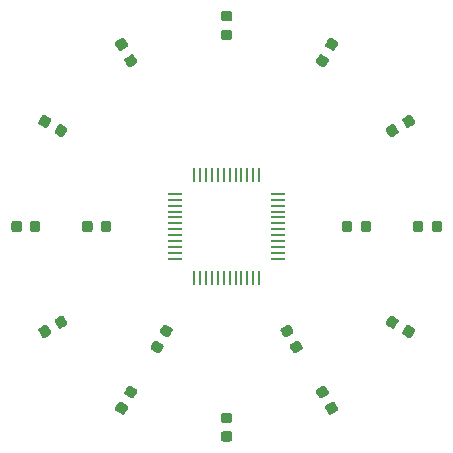
<source format=gbr>
G04 #@! TF.GenerationSoftware,KiCad,Pcbnew,5.1.4*
G04 #@! TF.CreationDate,2019-11-28T00:41:57+01:00*
G04 #@! TF.ProjectId,SICKWATCH1,5349434b-5741-4544-9348-312e6b696361,rev?*
G04 #@! TF.SameCoordinates,Original*
G04 #@! TF.FileFunction,Paste,Top*
G04 #@! TF.FilePolarity,Positive*
%FSLAX46Y46*%
G04 Gerber Fmt 4.6, Leading zero omitted, Abs format (unit mm)*
G04 Created by KiCad (PCBNEW 5.1.4) date 2019-11-28 00:41:57*
%MOMM*%
%LPD*%
G04 APERTURE LIST*
%ADD10C,0.100000*%
%ADD11C,0.875000*%
%ADD12R,1.300000X0.250000*%
%ADD13R,0.250000X1.300000*%
G04 APERTURE END LIST*
D10*
G36*
X100277691Y-117351053D02*
G01*
X100298926Y-117354203D01*
X100319750Y-117359419D01*
X100339962Y-117366651D01*
X100359368Y-117375830D01*
X100377781Y-117386866D01*
X100395024Y-117399654D01*
X100410930Y-117414070D01*
X100425346Y-117429976D01*
X100438134Y-117447219D01*
X100449170Y-117465632D01*
X100458349Y-117485038D01*
X100465581Y-117505250D01*
X100470797Y-117526074D01*
X100473947Y-117547309D01*
X100475000Y-117568750D01*
X100475000Y-118006250D01*
X100473947Y-118027691D01*
X100470797Y-118048926D01*
X100465581Y-118069750D01*
X100458349Y-118089962D01*
X100449170Y-118109368D01*
X100438134Y-118127781D01*
X100425346Y-118145024D01*
X100410930Y-118160930D01*
X100395024Y-118175346D01*
X100377781Y-118188134D01*
X100359368Y-118199170D01*
X100339962Y-118208349D01*
X100319750Y-118215581D01*
X100298926Y-118220797D01*
X100277691Y-118223947D01*
X100256250Y-118225000D01*
X99743750Y-118225000D01*
X99722309Y-118223947D01*
X99701074Y-118220797D01*
X99680250Y-118215581D01*
X99660038Y-118208349D01*
X99640632Y-118199170D01*
X99622219Y-118188134D01*
X99604976Y-118175346D01*
X99589070Y-118160930D01*
X99574654Y-118145024D01*
X99561866Y-118127781D01*
X99550830Y-118109368D01*
X99541651Y-118089962D01*
X99534419Y-118069750D01*
X99529203Y-118048926D01*
X99526053Y-118027691D01*
X99525000Y-118006250D01*
X99525000Y-117568750D01*
X99526053Y-117547309D01*
X99529203Y-117526074D01*
X99534419Y-117505250D01*
X99541651Y-117485038D01*
X99550830Y-117465632D01*
X99561866Y-117447219D01*
X99574654Y-117429976D01*
X99589070Y-117414070D01*
X99604976Y-117399654D01*
X99622219Y-117386866D01*
X99640632Y-117375830D01*
X99660038Y-117366651D01*
X99680250Y-117359419D01*
X99701074Y-117354203D01*
X99722309Y-117351053D01*
X99743750Y-117350000D01*
X100256250Y-117350000D01*
X100277691Y-117351053D01*
X100277691Y-117351053D01*
G37*
D11*
X100000000Y-117787500D03*
D10*
G36*
X100277691Y-115776053D02*
G01*
X100298926Y-115779203D01*
X100319750Y-115784419D01*
X100339962Y-115791651D01*
X100359368Y-115800830D01*
X100377781Y-115811866D01*
X100395024Y-115824654D01*
X100410930Y-115839070D01*
X100425346Y-115854976D01*
X100438134Y-115872219D01*
X100449170Y-115890632D01*
X100458349Y-115910038D01*
X100465581Y-115930250D01*
X100470797Y-115951074D01*
X100473947Y-115972309D01*
X100475000Y-115993750D01*
X100475000Y-116431250D01*
X100473947Y-116452691D01*
X100470797Y-116473926D01*
X100465581Y-116494750D01*
X100458349Y-116514962D01*
X100449170Y-116534368D01*
X100438134Y-116552781D01*
X100425346Y-116570024D01*
X100410930Y-116585930D01*
X100395024Y-116600346D01*
X100377781Y-116613134D01*
X100359368Y-116624170D01*
X100339962Y-116633349D01*
X100319750Y-116640581D01*
X100298926Y-116645797D01*
X100277691Y-116648947D01*
X100256250Y-116650000D01*
X99743750Y-116650000D01*
X99722309Y-116648947D01*
X99701074Y-116645797D01*
X99680250Y-116640581D01*
X99660038Y-116633349D01*
X99640632Y-116624170D01*
X99622219Y-116613134D01*
X99604976Y-116600346D01*
X99589070Y-116585930D01*
X99574654Y-116570024D01*
X99561866Y-116552781D01*
X99550830Y-116534368D01*
X99541651Y-116514962D01*
X99534419Y-116494750D01*
X99529203Y-116473926D01*
X99526053Y-116452691D01*
X99525000Y-116431250D01*
X99525000Y-115993750D01*
X99526053Y-115972309D01*
X99529203Y-115951074D01*
X99534419Y-115930250D01*
X99541651Y-115910038D01*
X99550830Y-115890632D01*
X99561866Y-115872219D01*
X99574654Y-115854976D01*
X99589070Y-115839070D01*
X99604976Y-115824654D01*
X99622219Y-115811866D01*
X99640632Y-115800830D01*
X99660038Y-115791651D01*
X99680250Y-115784419D01*
X99701074Y-115779203D01*
X99722309Y-115776053D01*
X99743750Y-115775000D01*
X100256250Y-115775000D01*
X100277691Y-115776053D01*
X100277691Y-115776053D01*
G37*
D11*
X100000000Y-116212500D03*
D10*
G36*
X108233101Y-113502155D02*
G01*
X108254427Y-113504609D01*
X108275411Y-113509141D01*
X108295849Y-113515708D01*
X108315545Y-113524246D01*
X108334309Y-113534674D01*
X108351961Y-113546891D01*
X108368330Y-113560779D01*
X108383259Y-113576205D01*
X108396604Y-113593020D01*
X108408237Y-113611062D01*
X108626987Y-113989948D01*
X108636795Y-114009043D01*
X108644685Y-114029008D01*
X108650580Y-114049650D01*
X108654423Y-114070770D01*
X108656177Y-114092166D01*
X108655826Y-114113630D01*
X108653372Y-114134956D01*
X108648840Y-114155940D01*
X108642273Y-114176378D01*
X108633735Y-114196074D01*
X108623307Y-114214838D01*
X108611090Y-114232490D01*
X108597202Y-114248859D01*
X108581776Y-114263788D01*
X108564961Y-114277133D01*
X108546919Y-114288766D01*
X108103081Y-114545016D01*
X108083986Y-114554824D01*
X108064021Y-114562714D01*
X108043379Y-114568609D01*
X108022259Y-114572452D01*
X108000863Y-114574206D01*
X107979399Y-114573855D01*
X107958073Y-114571401D01*
X107937089Y-114566869D01*
X107916651Y-114560302D01*
X107896955Y-114551764D01*
X107878191Y-114541336D01*
X107860539Y-114529119D01*
X107844170Y-114515231D01*
X107829241Y-114499805D01*
X107815896Y-114482990D01*
X107804263Y-114464948D01*
X107585513Y-114086062D01*
X107575705Y-114066967D01*
X107567815Y-114047002D01*
X107561920Y-114026360D01*
X107558077Y-114005240D01*
X107556323Y-113983844D01*
X107556674Y-113962380D01*
X107559128Y-113941054D01*
X107563660Y-113920070D01*
X107570227Y-113899632D01*
X107578765Y-113879936D01*
X107589193Y-113861172D01*
X107601410Y-113843520D01*
X107615298Y-113827151D01*
X107630724Y-113812222D01*
X107647539Y-113798877D01*
X107665581Y-113787244D01*
X108109419Y-113530994D01*
X108128514Y-113521186D01*
X108148479Y-113513296D01*
X108169121Y-113507401D01*
X108190241Y-113503558D01*
X108211637Y-113501804D01*
X108233101Y-113502155D01*
X108233101Y-113502155D01*
G37*
D11*
X108106250Y-114038005D03*
D10*
G36*
X109020601Y-114866145D02*
G01*
X109041927Y-114868599D01*
X109062911Y-114873131D01*
X109083349Y-114879698D01*
X109103045Y-114888236D01*
X109121809Y-114898664D01*
X109139461Y-114910881D01*
X109155830Y-114924769D01*
X109170759Y-114940195D01*
X109184104Y-114957010D01*
X109195737Y-114975052D01*
X109414487Y-115353938D01*
X109424295Y-115373033D01*
X109432185Y-115392998D01*
X109438080Y-115413640D01*
X109441923Y-115434760D01*
X109443677Y-115456156D01*
X109443326Y-115477620D01*
X109440872Y-115498946D01*
X109436340Y-115519930D01*
X109429773Y-115540368D01*
X109421235Y-115560064D01*
X109410807Y-115578828D01*
X109398590Y-115596480D01*
X109384702Y-115612849D01*
X109369276Y-115627778D01*
X109352461Y-115641123D01*
X109334419Y-115652756D01*
X108890581Y-115909006D01*
X108871486Y-115918814D01*
X108851521Y-115926704D01*
X108830879Y-115932599D01*
X108809759Y-115936442D01*
X108788363Y-115938196D01*
X108766899Y-115937845D01*
X108745573Y-115935391D01*
X108724589Y-115930859D01*
X108704151Y-115924292D01*
X108684455Y-115915754D01*
X108665691Y-115905326D01*
X108648039Y-115893109D01*
X108631670Y-115879221D01*
X108616741Y-115863795D01*
X108603396Y-115846980D01*
X108591763Y-115828938D01*
X108373013Y-115450052D01*
X108363205Y-115430957D01*
X108355315Y-115410992D01*
X108349420Y-115390350D01*
X108345577Y-115369230D01*
X108343823Y-115347834D01*
X108344174Y-115326370D01*
X108346628Y-115305044D01*
X108351160Y-115284060D01*
X108357727Y-115263622D01*
X108366265Y-115243926D01*
X108376693Y-115225162D01*
X108388910Y-115207510D01*
X108402798Y-115191141D01*
X108418224Y-115176212D01*
X108435039Y-115162867D01*
X108453081Y-115151234D01*
X108896919Y-114894984D01*
X108916014Y-114885176D01*
X108935979Y-114877286D01*
X108956621Y-114871391D01*
X108977741Y-114867548D01*
X108999137Y-114865794D01*
X109020601Y-114866145D01*
X109020601Y-114866145D01*
G37*
D11*
X108893750Y-115401995D03*
D10*
G36*
X115369230Y-108345577D02*
G01*
X115390350Y-108349420D01*
X115410992Y-108355315D01*
X115430957Y-108363205D01*
X115450052Y-108373013D01*
X115828938Y-108591763D01*
X115846980Y-108603396D01*
X115863795Y-108616741D01*
X115879221Y-108631670D01*
X115893109Y-108648039D01*
X115905326Y-108665691D01*
X115915754Y-108684455D01*
X115924292Y-108704151D01*
X115930859Y-108724589D01*
X115935391Y-108745573D01*
X115937845Y-108766899D01*
X115938196Y-108788363D01*
X115936442Y-108809759D01*
X115932599Y-108830879D01*
X115926704Y-108851521D01*
X115918814Y-108871486D01*
X115909006Y-108890581D01*
X115652756Y-109334419D01*
X115641123Y-109352461D01*
X115627778Y-109369276D01*
X115612849Y-109384702D01*
X115596480Y-109398590D01*
X115578828Y-109410807D01*
X115560064Y-109421235D01*
X115540368Y-109429773D01*
X115519930Y-109436340D01*
X115498946Y-109440872D01*
X115477620Y-109443326D01*
X115456156Y-109443677D01*
X115434760Y-109441923D01*
X115413640Y-109438080D01*
X115392998Y-109432185D01*
X115373033Y-109424295D01*
X115353938Y-109414487D01*
X114975052Y-109195737D01*
X114957010Y-109184104D01*
X114940195Y-109170759D01*
X114924769Y-109155830D01*
X114910881Y-109139461D01*
X114898664Y-109121809D01*
X114888236Y-109103045D01*
X114879698Y-109083349D01*
X114873131Y-109062911D01*
X114868599Y-109041927D01*
X114866145Y-109020601D01*
X114865794Y-108999137D01*
X114867548Y-108977741D01*
X114871391Y-108956621D01*
X114877286Y-108935979D01*
X114885176Y-108916014D01*
X114894984Y-108896919D01*
X115151234Y-108453081D01*
X115162867Y-108435039D01*
X115176212Y-108418224D01*
X115191141Y-108402798D01*
X115207510Y-108388910D01*
X115225162Y-108376693D01*
X115243926Y-108366265D01*
X115263622Y-108357727D01*
X115284060Y-108351160D01*
X115305044Y-108346628D01*
X115326370Y-108344174D01*
X115347834Y-108343823D01*
X115369230Y-108345577D01*
X115369230Y-108345577D01*
G37*
D11*
X115401995Y-108893750D03*
D10*
G36*
X114005240Y-107558077D02*
G01*
X114026360Y-107561920D01*
X114047002Y-107567815D01*
X114066967Y-107575705D01*
X114086062Y-107585513D01*
X114464948Y-107804263D01*
X114482990Y-107815896D01*
X114499805Y-107829241D01*
X114515231Y-107844170D01*
X114529119Y-107860539D01*
X114541336Y-107878191D01*
X114551764Y-107896955D01*
X114560302Y-107916651D01*
X114566869Y-107937089D01*
X114571401Y-107958073D01*
X114573855Y-107979399D01*
X114574206Y-108000863D01*
X114572452Y-108022259D01*
X114568609Y-108043379D01*
X114562714Y-108064021D01*
X114554824Y-108083986D01*
X114545016Y-108103081D01*
X114288766Y-108546919D01*
X114277133Y-108564961D01*
X114263788Y-108581776D01*
X114248859Y-108597202D01*
X114232490Y-108611090D01*
X114214838Y-108623307D01*
X114196074Y-108633735D01*
X114176378Y-108642273D01*
X114155940Y-108648840D01*
X114134956Y-108653372D01*
X114113630Y-108655826D01*
X114092166Y-108656177D01*
X114070770Y-108654423D01*
X114049650Y-108650580D01*
X114029008Y-108644685D01*
X114009043Y-108636795D01*
X113989948Y-108626987D01*
X113611062Y-108408237D01*
X113593020Y-108396604D01*
X113576205Y-108383259D01*
X113560779Y-108368330D01*
X113546891Y-108351961D01*
X113534674Y-108334309D01*
X113524246Y-108315545D01*
X113515708Y-108295849D01*
X113509141Y-108275411D01*
X113504609Y-108254427D01*
X113502155Y-108233101D01*
X113501804Y-108211637D01*
X113503558Y-108190241D01*
X113507401Y-108169121D01*
X113513296Y-108148479D01*
X113521186Y-108128514D01*
X113530994Y-108109419D01*
X113787244Y-107665581D01*
X113798877Y-107647539D01*
X113812222Y-107630724D01*
X113827151Y-107615298D01*
X113843520Y-107601410D01*
X113861172Y-107589193D01*
X113879936Y-107578765D01*
X113899632Y-107570227D01*
X113920070Y-107563660D01*
X113941054Y-107559128D01*
X113962380Y-107556674D01*
X113983844Y-107556323D01*
X114005240Y-107558077D01*
X114005240Y-107558077D01*
G37*
D11*
X114038005Y-108106250D03*
D10*
G36*
X116452691Y-99526053D02*
G01*
X116473926Y-99529203D01*
X116494750Y-99534419D01*
X116514962Y-99541651D01*
X116534368Y-99550830D01*
X116552781Y-99561866D01*
X116570024Y-99574654D01*
X116585930Y-99589070D01*
X116600346Y-99604976D01*
X116613134Y-99622219D01*
X116624170Y-99640632D01*
X116633349Y-99660038D01*
X116640581Y-99680250D01*
X116645797Y-99701074D01*
X116648947Y-99722309D01*
X116650000Y-99743750D01*
X116650000Y-100256250D01*
X116648947Y-100277691D01*
X116645797Y-100298926D01*
X116640581Y-100319750D01*
X116633349Y-100339962D01*
X116624170Y-100359368D01*
X116613134Y-100377781D01*
X116600346Y-100395024D01*
X116585930Y-100410930D01*
X116570024Y-100425346D01*
X116552781Y-100438134D01*
X116534368Y-100449170D01*
X116514962Y-100458349D01*
X116494750Y-100465581D01*
X116473926Y-100470797D01*
X116452691Y-100473947D01*
X116431250Y-100475000D01*
X115993750Y-100475000D01*
X115972309Y-100473947D01*
X115951074Y-100470797D01*
X115930250Y-100465581D01*
X115910038Y-100458349D01*
X115890632Y-100449170D01*
X115872219Y-100438134D01*
X115854976Y-100425346D01*
X115839070Y-100410930D01*
X115824654Y-100395024D01*
X115811866Y-100377781D01*
X115800830Y-100359368D01*
X115791651Y-100339962D01*
X115784419Y-100319750D01*
X115779203Y-100298926D01*
X115776053Y-100277691D01*
X115775000Y-100256250D01*
X115775000Y-99743750D01*
X115776053Y-99722309D01*
X115779203Y-99701074D01*
X115784419Y-99680250D01*
X115791651Y-99660038D01*
X115800830Y-99640632D01*
X115811866Y-99622219D01*
X115824654Y-99604976D01*
X115839070Y-99589070D01*
X115854976Y-99574654D01*
X115872219Y-99561866D01*
X115890632Y-99550830D01*
X115910038Y-99541651D01*
X115930250Y-99534419D01*
X115951074Y-99529203D01*
X115972309Y-99526053D01*
X115993750Y-99525000D01*
X116431250Y-99525000D01*
X116452691Y-99526053D01*
X116452691Y-99526053D01*
G37*
D11*
X116212500Y-100000000D03*
D10*
G36*
X118027691Y-99526053D02*
G01*
X118048926Y-99529203D01*
X118069750Y-99534419D01*
X118089962Y-99541651D01*
X118109368Y-99550830D01*
X118127781Y-99561866D01*
X118145024Y-99574654D01*
X118160930Y-99589070D01*
X118175346Y-99604976D01*
X118188134Y-99622219D01*
X118199170Y-99640632D01*
X118208349Y-99660038D01*
X118215581Y-99680250D01*
X118220797Y-99701074D01*
X118223947Y-99722309D01*
X118225000Y-99743750D01*
X118225000Y-100256250D01*
X118223947Y-100277691D01*
X118220797Y-100298926D01*
X118215581Y-100319750D01*
X118208349Y-100339962D01*
X118199170Y-100359368D01*
X118188134Y-100377781D01*
X118175346Y-100395024D01*
X118160930Y-100410930D01*
X118145024Y-100425346D01*
X118127781Y-100438134D01*
X118109368Y-100449170D01*
X118089962Y-100458349D01*
X118069750Y-100465581D01*
X118048926Y-100470797D01*
X118027691Y-100473947D01*
X118006250Y-100475000D01*
X117568750Y-100475000D01*
X117547309Y-100473947D01*
X117526074Y-100470797D01*
X117505250Y-100465581D01*
X117485038Y-100458349D01*
X117465632Y-100449170D01*
X117447219Y-100438134D01*
X117429976Y-100425346D01*
X117414070Y-100410930D01*
X117399654Y-100395024D01*
X117386866Y-100377781D01*
X117375830Y-100359368D01*
X117366651Y-100339962D01*
X117359419Y-100319750D01*
X117354203Y-100298926D01*
X117351053Y-100277691D01*
X117350000Y-100256250D01*
X117350000Y-99743750D01*
X117351053Y-99722309D01*
X117354203Y-99701074D01*
X117359419Y-99680250D01*
X117366651Y-99660038D01*
X117375830Y-99640632D01*
X117386866Y-99622219D01*
X117399654Y-99604976D01*
X117414070Y-99589070D01*
X117429976Y-99574654D01*
X117447219Y-99561866D01*
X117465632Y-99550830D01*
X117485038Y-99541651D01*
X117505250Y-99534419D01*
X117526074Y-99529203D01*
X117547309Y-99526053D01*
X117568750Y-99525000D01*
X118006250Y-99525000D01*
X118027691Y-99526053D01*
X118027691Y-99526053D01*
G37*
D11*
X117787500Y-100000000D03*
D10*
G36*
X115477620Y-90556674D02*
G01*
X115498946Y-90559128D01*
X115519930Y-90563660D01*
X115540368Y-90570227D01*
X115560064Y-90578765D01*
X115578828Y-90589193D01*
X115596480Y-90601410D01*
X115612849Y-90615298D01*
X115627778Y-90630724D01*
X115641123Y-90647539D01*
X115652756Y-90665581D01*
X115909006Y-91109419D01*
X115918814Y-91128514D01*
X115926704Y-91148479D01*
X115932599Y-91169121D01*
X115936442Y-91190241D01*
X115938196Y-91211637D01*
X115937845Y-91233101D01*
X115935391Y-91254427D01*
X115930859Y-91275411D01*
X115924292Y-91295849D01*
X115915754Y-91315545D01*
X115905326Y-91334309D01*
X115893109Y-91351961D01*
X115879221Y-91368330D01*
X115863795Y-91383259D01*
X115846980Y-91396604D01*
X115828938Y-91408237D01*
X115450052Y-91626987D01*
X115430957Y-91636795D01*
X115410992Y-91644685D01*
X115390350Y-91650580D01*
X115369230Y-91654423D01*
X115347834Y-91656177D01*
X115326370Y-91655826D01*
X115305044Y-91653372D01*
X115284060Y-91648840D01*
X115263622Y-91642273D01*
X115243926Y-91633735D01*
X115225162Y-91623307D01*
X115207510Y-91611090D01*
X115191141Y-91597202D01*
X115176212Y-91581776D01*
X115162867Y-91564961D01*
X115151234Y-91546919D01*
X114894984Y-91103081D01*
X114885176Y-91083986D01*
X114877286Y-91064021D01*
X114871391Y-91043379D01*
X114867548Y-91022259D01*
X114865794Y-91000863D01*
X114866145Y-90979399D01*
X114868599Y-90958073D01*
X114873131Y-90937089D01*
X114879698Y-90916651D01*
X114888236Y-90896955D01*
X114898664Y-90878191D01*
X114910881Y-90860539D01*
X114924769Y-90844170D01*
X114940195Y-90829241D01*
X114957010Y-90815896D01*
X114975052Y-90804263D01*
X115353938Y-90585513D01*
X115373033Y-90575705D01*
X115392998Y-90567815D01*
X115413640Y-90561920D01*
X115434760Y-90558077D01*
X115456156Y-90556323D01*
X115477620Y-90556674D01*
X115477620Y-90556674D01*
G37*
D11*
X115401995Y-91106250D03*
D10*
G36*
X114113630Y-91344174D02*
G01*
X114134956Y-91346628D01*
X114155940Y-91351160D01*
X114176378Y-91357727D01*
X114196074Y-91366265D01*
X114214838Y-91376693D01*
X114232490Y-91388910D01*
X114248859Y-91402798D01*
X114263788Y-91418224D01*
X114277133Y-91435039D01*
X114288766Y-91453081D01*
X114545016Y-91896919D01*
X114554824Y-91916014D01*
X114562714Y-91935979D01*
X114568609Y-91956621D01*
X114572452Y-91977741D01*
X114574206Y-91999137D01*
X114573855Y-92020601D01*
X114571401Y-92041927D01*
X114566869Y-92062911D01*
X114560302Y-92083349D01*
X114551764Y-92103045D01*
X114541336Y-92121809D01*
X114529119Y-92139461D01*
X114515231Y-92155830D01*
X114499805Y-92170759D01*
X114482990Y-92184104D01*
X114464948Y-92195737D01*
X114086062Y-92414487D01*
X114066967Y-92424295D01*
X114047002Y-92432185D01*
X114026360Y-92438080D01*
X114005240Y-92441923D01*
X113983844Y-92443677D01*
X113962380Y-92443326D01*
X113941054Y-92440872D01*
X113920070Y-92436340D01*
X113899632Y-92429773D01*
X113879936Y-92421235D01*
X113861172Y-92410807D01*
X113843520Y-92398590D01*
X113827151Y-92384702D01*
X113812222Y-92369276D01*
X113798877Y-92352461D01*
X113787244Y-92334419D01*
X113530994Y-91890581D01*
X113521186Y-91871486D01*
X113513296Y-91851521D01*
X113507401Y-91830879D01*
X113503558Y-91809759D01*
X113501804Y-91788363D01*
X113502155Y-91766899D01*
X113504609Y-91745573D01*
X113509141Y-91724589D01*
X113515708Y-91704151D01*
X113524246Y-91684455D01*
X113534674Y-91665691D01*
X113546891Y-91648039D01*
X113560779Y-91631670D01*
X113576205Y-91616741D01*
X113593020Y-91603396D01*
X113611062Y-91591763D01*
X113989948Y-91373013D01*
X114009043Y-91363205D01*
X114029008Y-91355315D01*
X114049650Y-91349420D01*
X114070770Y-91345577D01*
X114092166Y-91343823D01*
X114113630Y-91344174D01*
X114113630Y-91344174D01*
G37*
D11*
X114038005Y-91893750D03*
D10*
G36*
X108022259Y-85427548D02*
G01*
X108043379Y-85431391D01*
X108064021Y-85437286D01*
X108083986Y-85445176D01*
X108103081Y-85454984D01*
X108546919Y-85711234D01*
X108564961Y-85722867D01*
X108581776Y-85736212D01*
X108597202Y-85751141D01*
X108611090Y-85767510D01*
X108623307Y-85785162D01*
X108633735Y-85803926D01*
X108642273Y-85823622D01*
X108648840Y-85844060D01*
X108653372Y-85865044D01*
X108655826Y-85886370D01*
X108656177Y-85907834D01*
X108654423Y-85929230D01*
X108650580Y-85950350D01*
X108644685Y-85970992D01*
X108636795Y-85990957D01*
X108626987Y-86010052D01*
X108408237Y-86388938D01*
X108396604Y-86406980D01*
X108383259Y-86423795D01*
X108368330Y-86439221D01*
X108351961Y-86453109D01*
X108334309Y-86465326D01*
X108315545Y-86475754D01*
X108295849Y-86484292D01*
X108275411Y-86490859D01*
X108254427Y-86495391D01*
X108233101Y-86497845D01*
X108211637Y-86498196D01*
X108190241Y-86496442D01*
X108169121Y-86492599D01*
X108148479Y-86486704D01*
X108128514Y-86478814D01*
X108109419Y-86469006D01*
X107665581Y-86212756D01*
X107647539Y-86201123D01*
X107630724Y-86187778D01*
X107615298Y-86172849D01*
X107601410Y-86156480D01*
X107589193Y-86138828D01*
X107578765Y-86120064D01*
X107570227Y-86100368D01*
X107563660Y-86079930D01*
X107559128Y-86058946D01*
X107556674Y-86037620D01*
X107556323Y-86016156D01*
X107558077Y-85994760D01*
X107561920Y-85973640D01*
X107567815Y-85952998D01*
X107575705Y-85933033D01*
X107585513Y-85913938D01*
X107804263Y-85535052D01*
X107815896Y-85517010D01*
X107829241Y-85500195D01*
X107844170Y-85484769D01*
X107860539Y-85470881D01*
X107878191Y-85458664D01*
X107896955Y-85448236D01*
X107916651Y-85439698D01*
X107937089Y-85433131D01*
X107958073Y-85428599D01*
X107979399Y-85426145D01*
X108000863Y-85425794D01*
X108022259Y-85427548D01*
X108022259Y-85427548D01*
G37*
D11*
X108106250Y-85961995D03*
D10*
G36*
X108809759Y-84063558D02*
G01*
X108830879Y-84067401D01*
X108851521Y-84073296D01*
X108871486Y-84081186D01*
X108890581Y-84090994D01*
X109334419Y-84347244D01*
X109352461Y-84358877D01*
X109369276Y-84372222D01*
X109384702Y-84387151D01*
X109398590Y-84403520D01*
X109410807Y-84421172D01*
X109421235Y-84439936D01*
X109429773Y-84459632D01*
X109436340Y-84480070D01*
X109440872Y-84501054D01*
X109443326Y-84522380D01*
X109443677Y-84543844D01*
X109441923Y-84565240D01*
X109438080Y-84586360D01*
X109432185Y-84607002D01*
X109424295Y-84626967D01*
X109414487Y-84646062D01*
X109195737Y-85024948D01*
X109184104Y-85042990D01*
X109170759Y-85059805D01*
X109155830Y-85075231D01*
X109139461Y-85089119D01*
X109121809Y-85101336D01*
X109103045Y-85111764D01*
X109083349Y-85120302D01*
X109062911Y-85126869D01*
X109041927Y-85131401D01*
X109020601Y-85133855D01*
X108999137Y-85134206D01*
X108977741Y-85132452D01*
X108956621Y-85128609D01*
X108935979Y-85122714D01*
X108916014Y-85114824D01*
X108896919Y-85105016D01*
X108453081Y-84848766D01*
X108435039Y-84837133D01*
X108418224Y-84823788D01*
X108402798Y-84808859D01*
X108388910Y-84792490D01*
X108376693Y-84774838D01*
X108366265Y-84756074D01*
X108357727Y-84736378D01*
X108351160Y-84715940D01*
X108346628Y-84694956D01*
X108344174Y-84673630D01*
X108343823Y-84652166D01*
X108345577Y-84630770D01*
X108349420Y-84609650D01*
X108355315Y-84589008D01*
X108363205Y-84569043D01*
X108373013Y-84549948D01*
X108591763Y-84171062D01*
X108603396Y-84153020D01*
X108616741Y-84136205D01*
X108631670Y-84120779D01*
X108648039Y-84106891D01*
X108665691Y-84094674D01*
X108684455Y-84084246D01*
X108704151Y-84075708D01*
X108724589Y-84069141D01*
X108745573Y-84064609D01*
X108766899Y-84062155D01*
X108788363Y-84061804D01*
X108809759Y-84063558D01*
X108809759Y-84063558D01*
G37*
D11*
X108893750Y-84598005D03*
D10*
G36*
X100277691Y-81776053D02*
G01*
X100298926Y-81779203D01*
X100319750Y-81784419D01*
X100339962Y-81791651D01*
X100359368Y-81800830D01*
X100377781Y-81811866D01*
X100395024Y-81824654D01*
X100410930Y-81839070D01*
X100425346Y-81854976D01*
X100438134Y-81872219D01*
X100449170Y-81890632D01*
X100458349Y-81910038D01*
X100465581Y-81930250D01*
X100470797Y-81951074D01*
X100473947Y-81972309D01*
X100475000Y-81993750D01*
X100475000Y-82431250D01*
X100473947Y-82452691D01*
X100470797Y-82473926D01*
X100465581Y-82494750D01*
X100458349Y-82514962D01*
X100449170Y-82534368D01*
X100438134Y-82552781D01*
X100425346Y-82570024D01*
X100410930Y-82585930D01*
X100395024Y-82600346D01*
X100377781Y-82613134D01*
X100359368Y-82624170D01*
X100339962Y-82633349D01*
X100319750Y-82640581D01*
X100298926Y-82645797D01*
X100277691Y-82648947D01*
X100256250Y-82650000D01*
X99743750Y-82650000D01*
X99722309Y-82648947D01*
X99701074Y-82645797D01*
X99680250Y-82640581D01*
X99660038Y-82633349D01*
X99640632Y-82624170D01*
X99622219Y-82613134D01*
X99604976Y-82600346D01*
X99589070Y-82585930D01*
X99574654Y-82570024D01*
X99561866Y-82552781D01*
X99550830Y-82534368D01*
X99541651Y-82514962D01*
X99534419Y-82494750D01*
X99529203Y-82473926D01*
X99526053Y-82452691D01*
X99525000Y-82431250D01*
X99525000Y-81993750D01*
X99526053Y-81972309D01*
X99529203Y-81951074D01*
X99534419Y-81930250D01*
X99541651Y-81910038D01*
X99550830Y-81890632D01*
X99561866Y-81872219D01*
X99574654Y-81854976D01*
X99589070Y-81839070D01*
X99604976Y-81824654D01*
X99622219Y-81811866D01*
X99640632Y-81800830D01*
X99660038Y-81791651D01*
X99680250Y-81784419D01*
X99701074Y-81779203D01*
X99722309Y-81776053D01*
X99743750Y-81775000D01*
X100256250Y-81775000D01*
X100277691Y-81776053D01*
X100277691Y-81776053D01*
G37*
D11*
X100000000Y-82212500D03*
D10*
G36*
X100277691Y-83351053D02*
G01*
X100298926Y-83354203D01*
X100319750Y-83359419D01*
X100339962Y-83366651D01*
X100359368Y-83375830D01*
X100377781Y-83386866D01*
X100395024Y-83399654D01*
X100410930Y-83414070D01*
X100425346Y-83429976D01*
X100438134Y-83447219D01*
X100449170Y-83465632D01*
X100458349Y-83485038D01*
X100465581Y-83505250D01*
X100470797Y-83526074D01*
X100473947Y-83547309D01*
X100475000Y-83568750D01*
X100475000Y-84006250D01*
X100473947Y-84027691D01*
X100470797Y-84048926D01*
X100465581Y-84069750D01*
X100458349Y-84089962D01*
X100449170Y-84109368D01*
X100438134Y-84127781D01*
X100425346Y-84145024D01*
X100410930Y-84160930D01*
X100395024Y-84175346D01*
X100377781Y-84188134D01*
X100359368Y-84199170D01*
X100339962Y-84208349D01*
X100319750Y-84215581D01*
X100298926Y-84220797D01*
X100277691Y-84223947D01*
X100256250Y-84225000D01*
X99743750Y-84225000D01*
X99722309Y-84223947D01*
X99701074Y-84220797D01*
X99680250Y-84215581D01*
X99660038Y-84208349D01*
X99640632Y-84199170D01*
X99622219Y-84188134D01*
X99604976Y-84175346D01*
X99589070Y-84160930D01*
X99574654Y-84145024D01*
X99561866Y-84127781D01*
X99550830Y-84109368D01*
X99541651Y-84089962D01*
X99534419Y-84069750D01*
X99529203Y-84048926D01*
X99526053Y-84027691D01*
X99525000Y-84006250D01*
X99525000Y-83568750D01*
X99526053Y-83547309D01*
X99529203Y-83526074D01*
X99534419Y-83505250D01*
X99541651Y-83485038D01*
X99550830Y-83465632D01*
X99561866Y-83447219D01*
X99574654Y-83429976D01*
X99589070Y-83414070D01*
X99604976Y-83399654D01*
X99622219Y-83386866D01*
X99640632Y-83375830D01*
X99660038Y-83366651D01*
X99680250Y-83359419D01*
X99701074Y-83354203D01*
X99722309Y-83351053D01*
X99743750Y-83350000D01*
X100256250Y-83350000D01*
X100277691Y-83351053D01*
X100277691Y-83351053D01*
G37*
D11*
X100000000Y-83787500D03*
D10*
G36*
X86037620Y-107556674D02*
G01*
X86058946Y-107559128D01*
X86079930Y-107563660D01*
X86100368Y-107570227D01*
X86120064Y-107578765D01*
X86138828Y-107589193D01*
X86156480Y-107601410D01*
X86172849Y-107615298D01*
X86187778Y-107630724D01*
X86201123Y-107647539D01*
X86212756Y-107665581D01*
X86469006Y-108109419D01*
X86478814Y-108128514D01*
X86486704Y-108148479D01*
X86492599Y-108169121D01*
X86496442Y-108190241D01*
X86498196Y-108211637D01*
X86497845Y-108233101D01*
X86495391Y-108254427D01*
X86490859Y-108275411D01*
X86484292Y-108295849D01*
X86475754Y-108315545D01*
X86465326Y-108334309D01*
X86453109Y-108351961D01*
X86439221Y-108368330D01*
X86423795Y-108383259D01*
X86406980Y-108396604D01*
X86388938Y-108408237D01*
X86010052Y-108626987D01*
X85990957Y-108636795D01*
X85970992Y-108644685D01*
X85950350Y-108650580D01*
X85929230Y-108654423D01*
X85907834Y-108656177D01*
X85886370Y-108655826D01*
X85865044Y-108653372D01*
X85844060Y-108648840D01*
X85823622Y-108642273D01*
X85803926Y-108633735D01*
X85785162Y-108623307D01*
X85767510Y-108611090D01*
X85751141Y-108597202D01*
X85736212Y-108581776D01*
X85722867Y-108564961D01*
X85711234Y-108546919D01*
X85454984Y-108103081D01*
X85445176Y-108083986D01*
X85437286Y-108064021D01*
X85431391Y-108043379D01*
X85427548Y-108022259D01*
X85425794Y-108000863D01*
X85426145Y-107979399D01*
X85428599Y-107958073D01*
X85433131Y-107937089D01*
X85439698Y-107916651D01*
X85448236Y-107896955D01*
X85458664Y-107878191D01*
X85470881Y-107860539D01*
X85484769Y-107844170D01*
X85500195Y-107829241D01*
X85517010Y-107815896D01*
X85535052Y-107804263D01*
X85913938Y-107585513D01*
X85933033Y-107575705D01*
X85952998Y-107567815D01*
X85973640Y-107561920D01*
X85994760Y-107558077D01*
X86016156Y-107556323D01*
X86037620Y-107556674D01*
X86037620Y-107556674D01*
G37*
D11*
X85961995Y-108106250D03*
D10*
G36*
X84673630Y-108344174D02*
G01*
X84694956Y-108346628D01*
X84715940Y-108351160D01*
X84736378Y-108357727D01*
X84756074Y-108366265D01*
X84774838Y-108376693D01*
X84792490Y-108388910D01*
X84808859Y-108402798D01*
X84823788Y-108418224D01*
X84837133Y-108435039D01*
X84848766Y-108453081D01*
X85105016Y-108896919D01*
X85114824Y-108916014D01*
X85122714Y-108935979D01*
X85128609Y-108956621D01*
X85132452Y-108977741D01*
X85134206Y-108999137D01*
X85133855Y-109020601D01*
X85131401Y-109041927D01*
X85126869Y-109062911D01*
X85120302Y-109083349D01*
X85111764Y-109103045D01*
X85101336Y-109121809D01*
X85089119Y-109139461D01*
X85075231Y-109155830D01*
X85059805Y-109170759D01*
X85042990Y-109184104D01*
X85024948Y-109195737D01*
X84646062Y-109414487D01*
X84626967Y-109424295D01*
X84607002Y-109432185D01*
X84586360Y-109438080D01*
X84565240Y-109441923D01*
X84543844Y-109443677D01*
X84522380Y-109443326D01*
X84501054Y-109440872D01*
X84480070Y-109436340D01*
X84459632Y-109429773D01*
X84439936Y-109421235D01*
X84421172Y-109410807D01*
X84403520Y-109398590D01*
X84387151Y-109384702D01*
X84372222Y-109369276D01*
X84358877Y-109352461D01*
X84347244Y-109334419D01*
X84090994Y-108890581D01*
X84081186Y-108871486D01*
X84073296Y-108851521D01*
X84067401Y-108830879D01*
X84063558Y-108809759D01*
X84061804Y-108788363D01*
X84062155Y-108766899D01*
X84064609Y-108745573D01*
X84069141Y-108724589D01*
X84075708Y-108704151D01*
X84084246Y-108684455D01*
X84094674Y-108665691D01*
X84106891Y-108648039D01*
X84120779Y-108631670D01*
X84136205Y-108616741D01*
X84153020Y-108603396D01*
X84171062Y-108591763D01*
X84549948Y-108373013D01*
X84569043Y-108363205D01*
X84589008Y-108355315D01*
X84609650Y-108349420D01*
X84630770Y-108345577D01*
X84652166Y-108343823D01*
X84673630Y-108344174D01*
X84673630Y-108344174D01*
G37*
D11*
X84598005Y-108893750D03*
D10*
G36*
X94022259Y-109677548D02*
G01*
X94043379Y-109681391D01*
X94064021Y-109687286D01*
X94083986Y-109695176D01*
X94103081Y-109704984D01*
X94546919Y-109961234D01*
X94564961Y-109972867D01*
X94581776Y-109986212D01*
X94597202Y-110001141D01*
X94611090Y-110017510D01*
X94623307Y-110035162D01*
X94633735Y-110053926D01*
X94642273Y-110073622D01*
X94648840Y-110094060D01*
X94653372Y-110115044D01*
X94655826Y-110136370D01*
X94656177Y-110157834D01*
X94654423Y-110179230D01*
X94650580Y-110200350D01*
X94644685Y-110220992D01*
X94636795Y-110240957D01*
X94626987Y-110260052D01*
X94408237Y-110638938D01*
X94396604Y-110656980D01*
X94383259Y-110673795D01*
X94368330Y-110689221D01*
X94351961Y-110703109D01*
X94334309Y-110715326D01*
X94315545Y-110725754D01*
X94295849Y-110734292D01*
X94275411Y-110740859D01*
X94254427Y-110745391D01*
X94233101Y-110747845D01*
X94211637Y-110748196D01*
X94190241Y-110746442D01*
X94169121Y-110742599D01*
X94148479Y-110736704D01*
X94128514Y-110728814D01*
X94109419Y-110719006D01*
X93665581Y-110462756D01*
X93647539Y-110451123D01*
X93630724Y-110437778D01*
X93615298Y-110422849D01*
X93601410Y-110406480D01*
X93589193Y-110388828D01*
X93578765Y-110370064D01*
X93570227Y-110350368D01*
X93563660Y-110329930D01*
X93559128Y-110308946D01*
X93556674Y-110287620D01*
X93556323Y-110266156D01*
X93558077Y-110244760D01*
X93561920Y-110223640D01*
X93567815Y-110202998D01*
X93575705Y-110183033D01*
X93585513Y-110163938D01*
X93804263Y-109785052D01*
X93815896Y-109767010D01*
X93829241Y-109750195D01*
X93844170Y-109734769D01*
X93860539Y-109720881D01*
X93878191Y-109708664D01*
X93896955Y-109698236D01*
X93916651Y-109689698D01*
X93937089Y-109683131D01*
X93958073Y-109678599D01*
X93979399Y-109676145D01*
X94000863Y-109675794D01*
X94022259Y-109677548D01*
X94022259Y-109677548D01*
G37*
D11*
X94106250Y-110211995D03*
D10*
G36*
X94809759Y-108313558D02*
G01*
X94830879Y-108317401D01*
X94851521Y-108323296D01*
X94871486Y-108331186D01*
X94890581Y-108340994D01*
X95334419Y-108597244D01*
X95352461Y-108608877D01*
X95369276Y-108622222D01*
X95384702Y-108637151D01*
X95398590Y-108653520D01*
X95410807Y-108671172D01*
X95421235Y-108689936D01*
X95429773Y-108709632D01*
X95436340Y-108730070D01*
X95440872Y-108751054D01*
X95443326Y-108772380D01*
X95443677Y-108793844D01*
X95441923Y-108815240D01*
X95438080Y-108836360D01*
X95432185Y-108857002D01*
X95424295Y-108876967D01*
X95414487Y-108896062D01*
X95195737Y-109274948D01*
X95184104Y-109292990D01*
X95170759Y-109309805D01*
X95155830Y-109325231D01*
X95139461Y-109339119D01*
X95121809Y-109351336D01*
X95103045Y-109361764D01*
X95083349Y-109370302D01*
X95062911Y-109376869D01*
X95041927Y-109381401D01*
X95020601Y-109383855D01*
X94999137Y-109384206D01*
X94977741Y-109382452D01*
X94956621Y-109378609D01*
X94935979Y-109372714D01*
X94916014Y-109364824D01*
X94896919Y-109355016D01*
X94453081Y-109098766D01*
X94435039Y-109087133D01*
X94418224Y-109073788D01*
X94402798Y-109058859D01*
X94388910Y-109042490D01*
X94376693Y-109024838D01*
X94366265Y-109006074D01*
X94357727Y-108986378D01*
X94351160Y-108965940D01*
X94346628Y-108944956D01*
X94344174Y-108923630D01*
X94343823Y-108902166D01*
X94345577Y-108880770D01*
X94349420Y-108859650D01*
X94355315Y-108839008D01*
X94363205Y-108819043D01*
X94373013Y-108799948D01*
X94591763Y-108421062D01*
X94603396Y-108403020D01*
X94616741Y-108386205D01*
X94631670Y-108370779D01*
X94648039Y-108356891D01*
X94665691Y-108344674D01*
X94684455Y-108334246D01*
X94704151Y-108325708D01*
X94724589Y-108319141D01*
X94745573Y-108314609D01*
X94766899Y-108312155D01*
X94788363Y-108311804D01*
X94809759Y-108313558D01*
X94809759Y-108313558D01*
G37*
D11*
X94893750Y-108848005D03*
D10*
G36*
X90027691Y-99526053D02*
G01*
X90048926Y-99529203D01*
X90069750Y-99534419D01*
X90089962Y-99541651D01*
X90109368Y-99550830D01*
X90127781Y-99561866D01*
X90145024Y-99574654D01*
X90160930Y-99589070D01*
X90175346Y-99604976D01*
X90188134Y-99622219D01*
X90199170Y-99640632D01*
X90208349Y-99660038D01*
X90215581Y-99680250D01*
X90220797Y-99701074D01*
X90223947Y-99722309D01*
X90225000Y-99743750D01*
X90225000Y-100256250D01*
X90223947Y-100277691D01*
X90220797Y-100298926D01*
X90215581Y-100319750D01*
X90208349Y-100339962D01*
X90199170Y-100359368D01*
X90188134Y-100377781D01*
X90175346Y-100395024D01*
X90160930Y-100410930D01*
X90145024Y-100425346D01*
X90127781Y-100438134D01*
X90109368Y-100449170D01*
X90089962Y-100458349D01*
X90069750Y-100465581D01*
X90048926Y-100470797D01*
X90027691Y-100473947D01*
X90006250Y-100475000D01*
X89568750Y-100475000D01*
X89547309Y-100473947D01*
X89526074Y-100470797D01*
X89505250Y-100465581D01*
X89485038Y-100458349D01*
X89465632Y-100449170D01*
X89447219Y-100438134D01*
X89429976Y-100425346D01*
X89414070Y-100410930D01*
X89399654Y-100395024D01*
X89386866Y-100377781D01*
X89375830Y-100359368D01*
X89366651Y-100339962D01*
X89359419Y-100319750D01*
X89354203Y-100298926D01*
X89351053Y-100277691D01*
X89350000Y-100256250D01*
X89350000Y-99743750D01*
X89351053Y-99722309D01*
X89354203Y-99701074D01*
X89359419Y-99680250D01*
X89366651Y-99660038D01*
X89375830Y-99640632D01*
X89386866Y-99622219D01*
X89399654Y-99604976D01*
X89414070Y-99589070D01*
X89429976Y-99574654D01*
X89447219Y-99561866D01*
X89465632Y-99550830D01*
X89485038Y-99541651D01*
X89505250Y-99534419D01*
X89526074Y-99529203D01*
X89547309Y-99526053D01*
X89568750Y-99525000D01*
X90006250Y-99525000D01*
X90027691Y-99526053D01*
X90027691Y-99526053D01*
G37*
D11*
X89787500Y-100000000D03*
D10*
G36*
X88452691Y-99526053D02*
G01*
X88473926Y-99529203D01*
X88494750Y-99534419D01*
X88514962Y-99541651D01*
X88534368Y-99550830D01*
X88552781Y-99561866D01*
X88570024Y-99574654D01*
X88585930Y-99589070D01*
X88600346Y-99604976D01*
X88613134Y-99622219D01*
X88624170Y-99640632D01*
X88633349Y-99660038D01*
X88640581Y-99680250D01*
X88645797Y-99701074D01*
X88648947Y-99722309D01*
X88650000Y-99743750D01*
X88650000Y-100256250D01*
X88648947Y-100277691D01*
X88645797Y-100298926D01*
X88640581Y-100319750D01*
X88633349Y-100339962D01*
X88624170Y-100359368D01*
X88613134Y-100377781D01*
X88600346Y-100395024D01*
X88585930Y-100410930D01*
X88570024Y-100425346D01*
X88552781Y-100438134D01*
X88534368Y-100449170D01*
X88514962Y-100458349D01*
X88494750Y-100465581D01*
X88473926Y-100470797D01*
X88452691Y-100473947D01*
X88431250Y-100475000D01*
X87993750Y-100475000D01*
X87972309Y-100473947D01*
X87951074Y-100470797D01*
X87930250Y-100465581D01*
X87910038Y-100458349D01*
X87890632Y-100449170D01*
X87872219Y-100438134D01*
X87854976Y-100425346D01*
X87839070Y-100410930D01*
X87824654Y-100395024D01*
X87811866Y-100377781D01*
X87800830Y-100359368D01*
X87791651Y-100339962D01*
X87784419Y-100319750D01*
X87779203Y-100298926D01*
X87776053Y-100277691D01*
X87775000Y-100256250D01*
X87775000Y-99743750D01*
X87776053Y-99722309D01*
X87779203Y-99701074D01*
X87784419Y-99680250D01*
X87791651Y-99660038D01*
X87800830Y-99640632D01*
X87811866Y-99622219D01*
X87824654Y-99604976D01*
X87839070Y-99589070D01*
X87854976Y-99574654D01*
X87872219Y-99561866D01*
X87890632Y-99550830D01*
X87910038Y-99541651D01*
X87930250Y-99534419D01*
X87951074Y-99529203D01*
X87972309Y-99526053D01*
X87993750Y-99525000D01*
X88431250Y-99525000D01*
X88452691Y-99526053D01*
X88452691Y-99526053D01*
G37*
D11*
X88212500Y-100000000D03*
D10*
G36*
X106020601Y-109676145D02*
G01*
X106041927Y-109678599D01*
X106062911Y-109683131D01*
X106083349Y-109689698D01*
X106103045Y-109698236D01*
X106121809Y-109708664D01*
X106139461Y-109720881D01*
X106155830Y-109734769D01*
X106170759Y-109750195D01*
X106184104Y-109767010D01*
X106195737Y-109785052D01*
X106414487Y-110163938D01*
X106424295Y-110183033D01*
X106432185Y-110202998D01*
X106438080Y-110223640D01*
X106441923Y-110244760D01*
X106443677Y-110266156D01*
X106443326Y-110287620D01*
X106440872Y-110308946D01*
X106436340Y-110329930D01*
X106429773Y-110350368D01*
X106421235Y-110370064D01*
X106410807Y-110388828D01*
X106398590Y-110406480D01*
X106384702Y-110422849D01*
X106369276Y-110437778D01*
X106352461Y-110451123D01*
X106334419Y-110462756D01*
X105890581Y-110719006D01*
X105871486Y-110728814D01*
X105851521Y-110736704D01*
X105830879Y-110742599D01*
X105809759Y-110746442D01*
X105788363Y-110748196D01*
X105766899Y-110747845D01*
X105745573Y-110745391D01*
X105724589Y-110740859D01*
X105704151Y-110734292D01*
X105684455Y-110725754D01*
X105665691Y-110715326D01*
X105648039Y-110703109D01*
X105631670Y-110689221D01*
X105616741Y-110673795D01*
X105603396Y-110656980D01*
X105591763Y-110638938D01*
X105373013Y-110260052D01*
X105363205Y-110240957D01*
X105355315Y-110220992D01*
X105349420Y-110200350D01*
X105345577Y-110179230D01*
X105343823Y-110157834D01*
X105344174Y-110136370D01*
X105346628Y-110115044D01*
X105351160Y-110094060D01*
X105357727Y-110073622D01*
X105366265Y-110053926D01*
X105376693Y-110035162D01*
X105388910Y-110017510D01*
X105402798Y-110001141D01*
X105418224Y-109986212D01*
X105435039Y-109972867D01*
X105453081Y-109961234D01*
X105896919Y-109704984D01*
X105916014Y-109695176D01*
X105935979Y-109687286D01*
X105956621Y-109681391D01*
X105977741Y-109677548D01*
X105999137Y-109675794D01*
X106020601Y-109676145D01*
X106020601Y-109676145D01*
G37*
D11*
X105893750Y-110211995D03*
D10*
G36*
X105233101Y-108312155D02*
G01*
X105254427Y-108314609D01*
X105275411Y-108319141D01*
X105295849Y-108325708D01*
X105315545Y-108334246D01*
X105334309Y-108344674D01*
X105351961Y-108356891D01*
X105368330Y-108370779D01*
X105383259Y-108386205D01*
X105396604Y-108403020D01*
X105408237Y-108421062D01*
X105626987Y-108799948D01*
X105636795Y-108819043D01*
X105644685Y-108839008D01*
X105650580Y-108859650D01*
X105654423Y-108880770D01*
X105656177Y-108902166D01*
X105655826Y-108923630D01*
X105653372Y-108944956D01*
X105648840Y-108965940D01*
X105642273Y-108986378D01*
X105633735Y-109006074D01*
X105623307Y-109024838D01*
X105611090Y-109042490D01*
X105597202Y-109058859D01*
X105581776Y-109073788D01*
X105564961Y-109087133D01*
X105546919Y-109098766D01*
X105103081Y-109355016D01*
X105083986Y-109364824D01*
X105064021Y-109372714D01*
X105043379Y-109378609D01*
X105022259Y-109382452D01*
X105000863Y-109384206D01*
X104979399Y-109383855D01*
X104958073Y-109381401D01*
X104937089Y-109376869D01*
X104916651Y-109370302D01*
X104896955Y-109361764D01*
X104878191Y-109351336D01*
X104860539Y-109339119D01*
X104844170Y-109325231D01*
X104829241Y-109309805D01*
X104815896Y-109292990D01*
X104804263Y-109274948D01*
X104585513Y-108896062D01*
X104575705Y-108876967D01*
X104567815Y-108857002D01*
X104561920Y-108836360D01*
X104558077Y-108815240D01*
X104556323Y-108793844D01*
X104556674Y-108772380D01*
X104559128Y-108751054D01*
X104563660Y-108730070D01*
X104570227Y-108709632D01*
X104578765Y-108689936D01*
X104589193Y-108671172D01*
X104601410Y-108653520D01*
X104615298Y-108637151D01*
X104630724Y-108622222D01*
X104647539Y-108608877D01*
X104665581Y-108597244D01*
X105109419Y-108340994D01*
X105128514Y-108331186D01*
X105148479Y-108323296D01*
X105169121Y-108317401D01*
X105190241Y-108313558D01*
X105211637Y-108311804D01*
X105233101Y-108312155D01*
X105233101Y-108312155D01*
G37*
D11*
X105106250Y-108848005D03*
D10*
G36*
X110452691Y-99526053D02*
G01*
X110473926Y-99529203D01*
X110494750Y-99534419D01*
X110514962Y-99541651D01*
X110534368Y-99550830D01*
X110552781Y-99561866D01*
X110570024Y-99574654D01*
X110585930Y-99589070D01*
X110600346Y-99604976D01*
X110613134Y-99622219D01*
X110624170Y-99640632D01*
X110633349Y-99660038D01*
X110640581Y-99680250D01*
X110645797Y-99701074D01*
X110648947Y-99722309D01*
X110650000Y-99743750D01*
X110650000Y-100256250D01*
X110648947Y-100277691D01*
X110645797Y-100298926D01*
X110640581Y-100319750D01*
X110633349Y-100339962D01*
X110624170Y-100359368D01*
X110613134Y-100377781D01*
X110600346Y-100395024D01*
X110585930Y-100410930D01*
X110570024Y-100425346D01*
X110552781Y-100438134D01*
X110534368Y-100449170D01*
X110514962Y-100458349D01*
X110494750Y-100465581D01*
X110473926Y-100470797D01*
X110452691Y-100473947D01*
X110431250Y-100475000D01*
X109993750Y-100475000D01*
X109972309Y-100473947D01*
X109951074Y-100470797D01*
X109930250Y-100465581D01*
X109910038Y-100458349D01*
X109890632Y-100449170D01*
X109872219Y-100438134D01*
X109854976Y-100425346D01*
X109839070Y-100410930D01*
X109824654Y-100395024D01*
X109811866Y-100377781D01*
X109800830Y-100359368D01*
X109791651Y-100339962D01*
X109784419Y-100319750D01*
X109779203Y-100298926D01*
X109776053Y-100277691D01*
X109775000Y-100256250D01*
X109775000Y-99743750D01*
X109776053Y-99722309D01*
X109779203Y-99701074D01*
X109784419Y-99680250D01*
X109791651Y-99660038D01*
X109800830Y-99640632D01*
X109811866Y-99622219D01*
X109824654Y-99604976D01*
X109839070Y-99589070D01*
X109854976Y-99574654D01*
X109872219Y-99561866D01*
X109890632Y-99550830D01*
X109910038Y-99541651D01*
X109930250Y-99534419D01*
X109951074Y-99529203D01*
X109972309Y-99526053D01*
X109993750Y-99525000D01*
X110431250Y-99525000D01*
X110452691Y-99526053D01*
X110452691Y-99526053D01*
G37*
D11*
X110212500Y-100000000D03*
D10*
G36*
X112027691Y-99526053D02*
G01*
X112048926Y-99529203D01*
X112069750Y-99534419D01*
X112089962Y-99541651D01*
X112109368Y-99550830D01*
X112127781Y-99561866D01*
X112145024Y-99574654D01*
X112160930Y-99589070D01*
X112175346Y-99604976D01*
X112188134Y-99622219D01*
X112199170Y-99640632D01*
X112208349Y-99660038D01*
X112215581Y-99680250D01*
X112220797Y-99701074D01*
X112223947Y-99722309D01*
X112225000Y-99743750D01*
X112225000Y-100256250D01*
X112223947Y-100277691D01*
X112220797Y-100298926D01*
X112215581Y-100319750D01*
X112208349Y-100339962D01*
X112199170Y-100359368D01*
X112188134Y-100377781D01*
X112175346Y-100395024D01*
X112160930Y-100410930D01*
X112145024Y-100425346D01*
X112127781Y-100438134D01*
X112109368Y-100449170D01*
X112089962Y-100458349D01*
X112069750Y-100465581D01*
X112048926Y-100470797D01*
X112027691Y-100473947D01*
X112006250Y-100475000D01*
X111568750Y-100475000D01*
X111547309Y-100473947D01*
X111526074Y-100470797D01*
X111505250Y-100465581D01*
X111485038Y-100458349D01*
X111465632Y-100449170D01*
X111447219Y-100438134D01*
X111429976Y-100425346D01*
X111414070Y-100410930D01*
X111399654Y-100395024D01*
X111386866Y-100377781D01*
X111375830Y-100359368D01*
X111366651Y-100339962D01*
X111359419Y-100319750D01*
X111354203Y-100298926D01*
X111351053Y-100277691D01*
X111350000Y-100256250D01*
X111350000Y-99743750D01*
X111351053Y-99722309D01*
X111354203Y-99701074D01*
X111359419Y-99680250D01*
X111366651Y-99660038D01*
X111375830Y-99640632D01*
X111386866Y-99622219D01*
X111399654Y-99604976D01*
X111414070Y-99589070D01*
X111429976Y-99574654D01*
X111447219Y-99561866D01*
X111465632Y-99550830D01*
X111485038Y-99541651D01*
X111505250Y-99534419D01*
X111526074Y-99529203D01*
X111547309Y-99526053D01*
X111568750Y-99525000D01*
X112006250Y-99525000D01*
X112027691Y-99526053D01*
X112027691Y-99526053D01*
G37*
D11*
X111787500Y-100000000D03*
D10*
G36*
X92020601Y-85426145D02*
G01*
X92041927Y-85428599D01*
X92062911Y-85433131D01*
X92083349Y-85439698D01*
X92103045Y-85448236D01*
X92121809Y-85458664D01*
X92139461Y-85470881D01*
X92155830Y-85484769D01*
X92170759Y-85500195D01*
X92184104Y-85517010D01*
X92195737Y-85535052D01*
X92414487Y-85913938D01*
X92424295Y-85933033D01*
X92432185Y-85952998D01*
X92438080Y-85973640D01*
X92441923Y-85994760D01*
X92443677Y-86016156D01*
X92443326Y-86037620D01*
X92440872Y-86058946D01*
X92436340Y-86079930D01*
X92429773Y-86100368D01*
X92421235Y-86120064D01*
X92410807Y-86138828D01*
X92398590Y-86156480D01*
X92384702Y-86172849D01*
X92369276Y-86187778D01*
X92352461Y-86201123D01*
X92334419Y-86212756D01*
X91890581Y-86469006D01*
X91871486Y-86478814D01*
X91851521Y-86486704D01*
X91830879Y-86492599D01*
X91809759Y-86496442D01*
X91788363Y-86498196D01*
X91766899Y-86497845D01*
X91745573Y-86495391D01*
X91724589Y-86490859D01*
X91704151Y-86484292D01*
X91684455Y-86475754D01*
X91665691Y-86465326D01*
X91648039Y-86453109D01*
X91631670Y-86439221D01*
X91616741Y-86423795D01*
X91603396Y-86406980D01*
X91591763Y-86388938D01*
X91373013Y-86010052D01*
X91363205Y-85990957D01*
X91355315Y-85970992D01*
X91349420Y-85950350D01*
X91345577Y-85929230D01*
X91343823Y-85907834D01*
X91344174Y-85886370D01*
X91346628Y-85865044D01*
X91351160Y-85844060D01*
X91357727Y-85823622D01*
X91366265Y-85803926D01*
X91376693Y-85785162D01*
X91388910Y-85767510D01*
X91402798Y-85751141D01*
X91418224Y-85736212D01*
X91435039Y-85722867D01*
X91453081Y-85711234D01*
X91896919Y-85454984D01*
X91916014Y-85445176D01*
X91935979Y-85437286D01*
X91956621Y-85431391D01*
X91977741Y-85427548D01*
X91999137Y-85425794D01*
X92020601Y-85426145D01*
X92020601Y-85426145D01*
G37*
D11*
X91893750Y-85961995D03*
D10*
G36*
X91233101Y-84062155D02*
G01*
X91254427Y-84064609D01*
X91275411Y-84069141D01*
X91295849Y-84075708D01*
X91315545Y-84084246D01*
X91334309Y-84094674D01*
X91351961Y-84106891D01*
X91368330Y-84120779D01*
X91383259Y-84136205D01*
X91396604Y-84153020D01*
X91408237Y-84171062D01*
X91626987Y-84549948D01*
X91636795Y-84569043D01*
X91644685Y-84589008D01*
X91650580Y-84609650D01*
X91654423Y-84630770D01*
X91656177Y-84652166D01*
X91655826Y-84673630D01*
X91653372Y-84694956D01*
X91648840Y-84715940D01*
X91642273Y-84736378D01*
X91633735Y-84756074D01*
X91623307Y-84774838D01*
X91611090Y-84792490D01*
X91597202Y-84808859D01*
X91581776Y-84823788D01*
X91564961Y-84837133D01*
X91546919Y-84848766D01*
X91103081Y-85105016D01*
X91083986Y-85114824D01*
X91064021Y-85122714D01*
X91043379Y-85128609D01*
X91022259Y-85132452D01*
X91000863Y-85134206D01*
X90979399Y-85133855D01*
X90958073Y-85131401D01*
X90937089Y-85126869D01*
X90916651Y-85120302D01*
X90896955Y-85111764D01*
X90878191Y-85101336D01*
X90860539Y-85089119D01*
X90844170Y-85075231D01*
X90829241Y-85059805D01*
X90815896Y-85042990D01*
X90804263Y-85024948D01*
X90585513Y-84646062D01*
X90575705Y-84626967D01*
X90567815Y-84607002D01*
X90561920Y-84586360D01*
X90558077Y-84565240D01*
X90556323Y-84543844D01*
X90556674Y-84522380D01*
X90559128Y-84501054D01*
X90563660Y-84480070D01*
X90570227Y-84459632D01*
X90578765Y-84439936D01*
X90589193Y-84421172D01*
X90601410Y-84403520D01*
X90615298Y-84387151D01*
X90630724Y-84372222D01*
X90647539Y-84358877D01*
X90665581Y-84347244D01*
X91109419Y-84090994D01*
X91128514Y-84081186D01*
X91148479Y-84073296D01*
X91169121Y-84067401D01*
X91190241Y-84063558D01*
X91211637Y-84061804D01*
X91233101Y-84062155D01*
X91233101Y-84062155D01*
G37*
D11*
X91106250Y-84598005D03*
D10*
G36*
X84565240Y-90558077D02*
G01*
X84586360Y-90561920D01*
X84607002Y-90567815D01*
X84626967Y-90575705D01*
X84646062Y-90585513D01*
X85024948Y-90804263D01*
X85042990Y-90815896D01*
X85059805Y-90829241D01*
X85075231Y-90844170D01*
X85089119Y-90860539D01*
X85101336Y-90878191D01*
X85111764Y-90896955D01*
X85120302Y-90916651D01*
X85126869Y-90937089D01*
X85131401Y-90958073D01*
X85133855Y-90979399D01*
X85134206Y-91000863D01*
X85132452Y-91022259D01*
X85128609Y-91043379D01*
X85122714Y-91064021D01*
X85114824Y-91083986D01*
X85105016Y-91103081D01*
X84848766Y-91546919D01*
X84837133Y-91564961D01*
X84823788Y-91581776D01*
X84808859Y-91597202D01*
X84792490Y-91611090D01*
X84774838Y-91623307D01*
X84756074Y-91633735D01*
X84736378Y-91642273D01*
X84715940Y-91648840D01*
X84694956Y-91653372D01*
X84673630Y-91655826D01*
X84652166Y-91656177D01*
X84630770Y-91654423D01*
X84609650Y-91650580D01*
X84589008Y-91644685D01*
X84569043Y-91636795D01*
X84549948Y-91626987D01*
X84171062Y-91408237D01*
X84153020Y-91396604D01*
X84136205Y-91383259D01*
X84120779Y-91368330D01*
X84106891Y-91351961D01*
X84094674Y-91334309D01*
X84084246Y-91315545D01*
X84075708Y-91295849D01*
X84069141Y-91275411D01*
X84064609Y-91254427D01*
X84062155Y-91233101D01*
X84061804Y-91211637D01*
X84063558Y-91190241D01*
X84067401Y-91169121D01*
X84073296Y-91148479D01*
X84081186Y-91128514D01*
X84090994Y-91109419D01*
X84347244Y-90665581D01*
X84358877Y-90647539D01*
X84372222Y-90630724D01*
X84387151Y-90615298D01*
X84403520Y-90601410D01*
X84421172Y-90589193D01*
X84439936Y-90578765D01*
X84459632Y-90570227D01*
X84480070Y-90563660D01*
X84501054Y-90559128D01*
X84522380Y-90556674D01*
X84543844Y-90556323D01*
X84565240Y-90558077D01*
X84565240Y-90558077D01*
G37*
D11*
X84598005Y-91106250D03*
D10*
G36*
X85929230Y-91345577D02*
G01*
X85950350Y-91349420D01*
X85970992Y-91355315D01*
X85990957Y-91363205D01*
X86010052Y-91373013D01*
X86388938Y-91591763D01*
X86406980Y-91603396D01*
X86423795Y-91616741D01*
X86439221Y-91631670D01*
X86453109Y-91648039D01*
X86465326Y-91665691D01*
X86475754Y-91684455D01*
X86484292Y-91704151D01*
X86490859Y-91724589D01*
X86495391Y-91745573D01*
X86497845Y-91766899D01*
X86498196Y-91788363D01*
X86496442Y-91809759D01*
X86492599Y-91830879D01*
X86486704Y-91851521D01*
X86478814Y-91871486D01*
X86469006Y-91890581D01*
X86212756Y-92334419D01*
X86201123Y-92352461D01*
X86187778Y-92369276D01*
X86172849Y-92384702D01*
X86156480Y-92398590D01*
X86138828Y-92410807D01*
X86120064Y-92421235D01*
X86100368Y-92429773D01*
X86079930Y-92436340D01*
X86058946Y-92440872D01*
X86037620Y-92443326D01*
X86016156Y-92443677D01*
X85994760Y-92441923D01*
X85973640Y-92438080D01*
X85952998Y-92432185D01*
X85933033Y-92424295D01*
X85913938Y-92414487D01*
X85535052Y-92195737D01*
X85517010Y-92184104D01*
X85500195Y-92170759D01*
X85484769Y-92155830D01*
X85470881Y-92139461D01*
X85458664Y-92121809D01*
X85448236Y-92103045D01*
X85439698Y-92083349D01*
X85433131Y-92062911D01*
X85428599Y-92041927D01*
X85426145Y-92020601D01*
X85425794Y-91999137D01*
X85427548Y-91977741D01*
X85431391Y-91956621D01*
X85437286Y-91935979D01*
X85445176Y-91916014D01*
X85454984Y-91896919D01*
X85711234Y-91453081D01*
X85722867Y-91435039D01*
X85736212Y-91418224D01*
X85751141Y-91402798D01*
X85767510Y-91388910D01*
X85785162Y-91376693D01*
X85803926Y-91366265D01*
X85823622Y-91357727D01*
X85844060Y-91351160D01*
X85865044Y-91346628D01*
X85886370Y-91344174D01*
X85907834Y-91343823D01*
X85929230Y-91345577D01*
X85929230Y-91345577D01*
G37*
D11*
X85961995Y-91893750D03*
D10*
G36*
X84027691Y-99526053D02*
G01*
X84048926Y-99529203D01*
X84069750Y-99534419D01*
X84089962Y-99541651D01*
X84109368Y-99550830D01*
X84127781Y-99561866D01*
X84145024Y-99574654D01*
X84160930Y-99589070D01*
X84175346Y-99604976D01*
X84188134Y-99622219D01*
X84199170Y-99640632D01*
X84208349Y-99660038D01*
X84215581Y-99680250D01*
X84220797Y-99701074D01*
X84223947Y-99722309D01*
X84225000Y-99743750D01*
X84225000Y-100256250D01*
X84223947Y-100277691D01*
X84220797Y-100298926D01*
X84215581Y-100319750D01*
X84208349Y-100339962D01*
X84199170Y-100359368D01*
X84188134Y-100377781D01*
X84175346Y-100395024D01*
X84160930Y-100410930D01*
X84145024Y-100425346D01*
X84127781Y-100438134D01*
X84109368Y-100449170D01*
X84089962Y-100458349D01*
X84069750Y-100465581D01*
X84048926Y-100470797D01*
X84027691Y-100473947D01*
X84006250Y-100475000D01*
X83568750Y-100475000D01*
X83547309Y-100473947D01*
X83526074Y-100470797D01*
X83505250Y-100465581D01*
X83485038Y-100458349D01*
X83465632Y-100449170D01*
X83447219Y-100438134D01*
X83429976Y-100425346D01*
X83414070Y-100410930D01*
X83399654Y-100395024D01*
X83386866Y-100377781D01*
X83375830Y-100359368D01*
X83366651Y-100339962D01*
X83359419Y-100319750D01*
X83354203Y-100298926D01*
X83351053Y-100277691D01*
X83350000Y-100256250D01*
X83350000Y-99743750D01*
X83351053Y-99722309D01*
X83354203Y-99701074D01*
X83359419Y-99680250D01*
X83366651Y-99660038D01*
X83375830Y-99640632D01*
X83386866Y-99622219D01*
X83399654Y-99604976D01*
X83414070Y-99589070D01*
X83429976Y-99574654D01*
X83447219Y-99561866D01*
X83465632Y-99550830D01*
X83485038Y-99541651D01*
X83505250Y-99534419D01*
X83526074Y-99529203D01*
X83547309Y-99526053D01*
X83568750Y-99525000D01*
X84006250Y-99525000D01*
X84027691Y-99526053D01*
X84027691Y-99526053D01*
G37*
D11*
X83787500Y-100000000D03*
D10*
G36*
X82452691Y-99526053D02*
G01*
X82473926Y-99529203D01*
X82494750Y-99534419D01*
X82514962Y-99541651D01*
X82534368Y-99550830D01*
X82552781Y-99561866D01*
X82570024Y-99574654D01*
X82585930Y-99589070D01*
X82600346Y-99604976D01*
X82613134Y-99622219D01*
X82624170Y-99640632D01*
X82633349Y-99660038D01*
X82640581Y-99680250D01*
X82645797Y-99701074D01*
X82648947Y-99722309D01*
X82650000Y-99743750D01*
X82650000Y-100256250D01*
X82648947Y-100277691D01*
X82645797Y-100298926D01*
X82640581Y-100319750D01*
X82633349Y-100339962D01*
X82624170Y-100359368D01*
X82613134Y-100377781D01*
X82600346Y-100395024D01*
X82585930Y-100410930D01*
X82570024Y-100425346D01*
X82552781Y-100438134D01*
X82534368Y-100449170D01*
X82514962Y-100458349D01*
X82494750Y-100465581D01*
X82473926Y-100470797D01*
X82452691Y-100473947D01*
X82431250Y-100475000D01*
X81993750Y-100475000D01*
X81972309Y-100473947D01*
X81951074Y-100470797D01*
X81930250Y-100465581D01*
X81910038Y-100458349D01*
X81890632Y-100449170D01*
X81872219Y-100438134D01*
X81854976Y-100425346D01*
X81839070Y-100410930D01*
X81824654Y-100395024D01*
X81811866Y-100377781D01*
X81800830Y-100359368D01*
X81791651Y-100339962D01*
X81784419Y-100319750D01*
X81779203Y-100298926D01*
X81776053Y-100277691D01*
X81775000Y-100256250D01*
X81775000Y-99743750D01*
X81776053Y-99722309D01*
X81779203Y-99701074D01*
X81784419Y-99680250D01*
X81791651Y-99660038D01*
X81800830Y-99640632D01*
X81811866Y-99622219D01*
X81824654Y-99604976D01*
X81839070Y-99589070D01*
X81854976Y-99574654D01*
X81872219Y-99561866D01*
X81890632Y-99550830D01*
X81910038Y-99541651D01*
X81930250Y-99534419D01*
X81951074Y-99529203D01*
X81972309Y-99526053D01*
X81993750Y-99525000D01*
X82431250Y-99525000D01*
X82452691Y-99526053D01*
X82452691Y-99526053D01*
G37*
D11*
X82212500Y-100000000D03*
D10*
G36*
X91022259Y-114867548D02*
G01*
X91043379Y-114871391D01*
X91064021Y-114877286D01*
X91083986Y-114885176D01*
X91103081Y-114894984D01*
X91546919Y-115151234D01*
X91564961Y-115162867D01*
X91581776Y-115176212D01*
X91597202Y-115191141D01*
X91611090Y-115207510D01*
X91623307Y-115225162D01*
X91633735Y-115243926D01*
X91642273Y-115263622D01*
X91648840Y-115284060D01*
X91653372Y-115305044D01*
X91655826Y-115326370D01*
X91656177Y-115347834D01*
X91654423Y-115369230D01*
X91650580Y-115390350D01*
X91644685Y-115410992D01*
X91636795Y-115430957D01*
X91626987Y-115450052D01*
X91408237Y-115828938D01*
X91396604Y-115846980D01*
X91383259Y-115863795D01*
X91368330Y-115879221D01*
X91351961Y-115893109D01*
X91334309Y-115905326D01*
X91315545Y-115915754D01*
X91295849Y-115924292D01*
X91275411Y-115930859D01*
X91254427Y-115935391D01*
X91233101Y-115937845D01*
X91211637Y-115938196D01*
X91190241Y-115936442D01*
X91169121Y-115932599D01*
X91148479Y-115926704D01*
X91128514Y-115918814D01*
X91109419Y-115909006D01*
X90665581Y-115652756D01*
X90647539Y-115641123D01*
X90630724Y-115627778D01*
X90615298Y-115612849D01*
X90601410Y-115596480D01*
X90589193Y-115578828D01*
X90578765Y-115560064D01*
X90570227Y-115540368D01*
X90563660Y-115519930D01*
X90559128Y-115498946D01*
X90556674Y-115477620D01*
X90556323Y-115456156D01*
X90558077Y-115434760D01*
X90561920Y-115413640D01*
X90567815Y-115392998D01*
X90575705Y-115373033D01*
X90585513Y-115353938D01*
X90804263Y-114975052D01*
X90815896Y-114957010D01*
X90829241Y-114940195D01*
X90844170Y-114924769D01*
X90860539Y-114910881D01*
X90878191Y-114898664D01*
X90896955Y-114888236D01*
X90916651Y-114879698D01*
X90937089Y-114873131D01*
X90958073Y-114868599D01*
X90979399Y-114866145D01*
X91000863Y-114865794D01*
X91022259Y-114867548D01*
X91022259Y-114867548D01*
G37*
D11*
X91106250Y-115401995D03*
D10*
G36*
X91809759Y-113503558D02*
G01*
X91830879Y-113507401D01*
X91851521Y-113513296D01*
X91871486Y-113521186D01*
X91890581Y-113530994D01*
X92334419Y-113787244D01*
X92352461Y-113798877D01*
X92369276Y-113812222D01*
X92384702Y-113827151D01*
X92398590Y-113843520D01*
X92410807Y-113861172D01*
X92421235Y-113879936D01*
X92429773Y-113899632D01*
X92436340Y-113920070D01*
X92440872Y-113941054D01*
X92443326Y-113962380D01*
X92443677Y-113983844D01*
X92441923Y-114005240D01*
X92438080Y-114026360D01*
X92432185Y-114047002D01*
X92424295Y-114066967D01*
X92414487Y-114086062D01*
X92195737Y-114464948D01*
X92184104Y-114482990D01*
X92170759Y-114499805D01*
X92155830Y-114515231D01*
X92139461Y-114529119D01*
X92121809Y-114541336D01*
X92103045Y-114551764D01*
X92083349Y-114560302D01*
X92062911Y-114566869D01*
X92041927Y-114571401D01*
X92020601Y-114573855D01*
X91999137Y-114574206D01*
X91977741Y-114572452D01*
X91956621Y-114568609D01*
X91935979Y-114562714D01*
X91916014Y-114554824D01*
X91896919Y-114545016D01*
X91453081Y-114288766D01*
X91435039Y-114277133D01*
X91418224Y-114263788D01*
X91402798Y-114248859D01*
X91388910Y-114232490D01*
X91376693Y-114214838D01*
X91366265Y-114196074D01*
X91357727Y-114176378D01*
X91351160Y-114155940D01*
X91346628Y-114134956D01*
X91344174Y-114113630D01*
X91343823Y-114092166D01*
X91345577Y-114070770D01*
X91349420Y-114049650D01*
X91355315Y-114029008D01*
X91363205Y-114009043D01*
X91373013Y-113989948D01*
X91591763Y-113611062D01*
X91603396Y-113593020D01*
X91616741Y-113576205D01*
X91631670Y-113560779D01*
X91648039Y-113546891D01*
X91665691Y-113534674D01*
X91684455Y-113524246D01*
X91704151Y-113515708D01*
X91724589Y-113509141D01*
X91745573Y-113504609D01*
X91766899Y-113502155D01*
X91788363Y-113501804D01*
X91809759Y-113503558D01*
X91809759Y-113503558D01*
G37*
D11*
X91893750Y-114038005D03*
D12*
X95650000Y-97250000D03*
X95650000Y-97750000D03*
X95650000Y-98250000D03*
X95650000Y-98750000D03*
X95650000Y-99250000D03*
X95650000Y-99750000D03*
X95650000Y-100250000D03*
X95650000Y-100750000D03*
X95650000Y-101250000D03*
X95650000Y-101750000D03*
X95650000Y-102250000D03*
X95650000Y-102750000D03*
D13*
X97250000Y-104350000D03*
X97750000Y-104350000D03*
X98250000Y-104350000D03*
X98750000Y-104350000D03*
X99250000Y-104350000D03*
X99750000Y-104350000D03*
X100250000Y-104350000D03*
X100750000Y-104350000D03*
X101250000Y-104350000D03*
X101750000Y-104350000D03*
X102250000Y-104350000D03*
X102750000Y-104350000D03*
D12*
X104350000Y-102750000D03*
X104350000Y-102250000D03*
X104350000Y-101750000D03*
X104350000Y-101250000D03*
X104350000Y-100750000D03*
X104350000Y-100250000D03*
X104350000Y-99750000D03*
X104350000Y-99250000D03*
X104350000Y-98750000D03*
X104350000Y-98250000D03*
X104350000Y-97750000D03*
X104350000Y-97250000D03*
D13*
X102750000Y-95650000D03*
X102250000Y-95650000D03*
X101750000Y-95650000D03*
X101250000Y-95650000D03*
X100750000Y-95650000D03*
X100250000Y-95650000D03*
X99750000Y-95650000D03*
X99250000Y-95650000D03*
X98750000Y-95650000D03*
X98250000Y-95650000D03*
X97750000Y-95650000D03*
X97250000Y-95650000D03*
M02*

</source>
